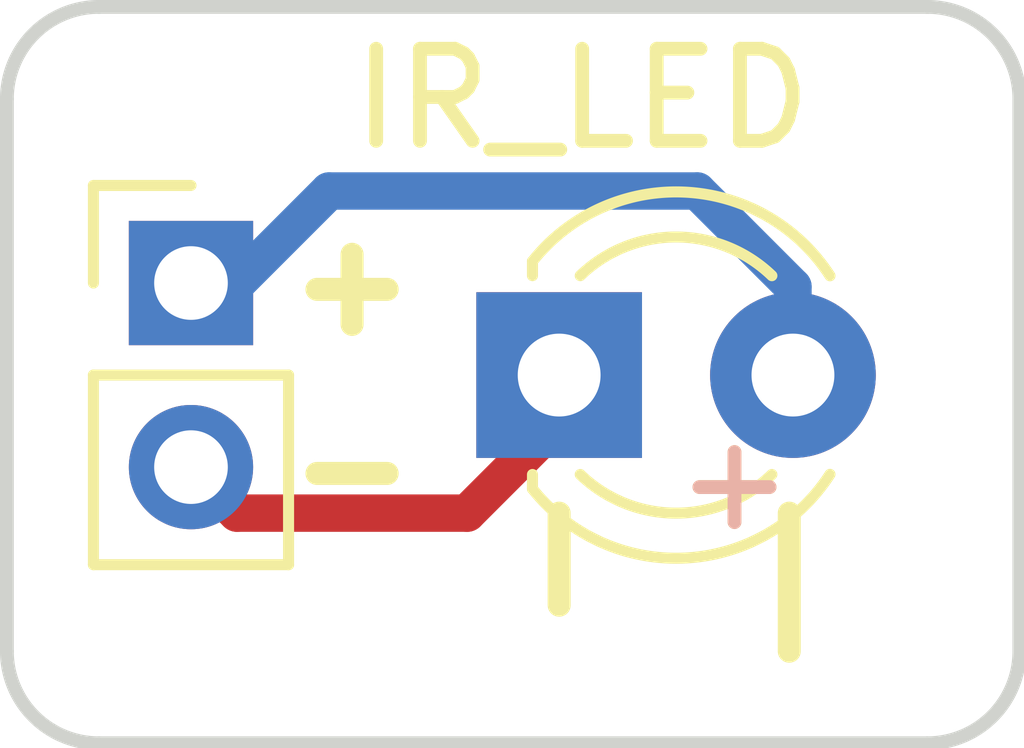
<source format=kicad_pcb>
(kicad_pcb (version 4) (host pcbnew 4.0.6)

  (general
    (links 2)
    (no_connects 0)
    (area 257.922999 37.289999 269.073001 45.440001)
    (thickness 1.6)
    (drawings 20)
    (tracks 9)
    (zones 0)
    (modules 2)
    (nets 3)
  )

  (page A4)
  (title_block
    (date "lun. 30 mars 2015")
  )

  (layers
    (0 F.Cu signal)
    (31 B.Cu signal)
    (32 B.Adhes user)
    (33 F.Adhes user)
    (34 B.Paste user)
    (35 F.Paste user)
    (36 B.SilkS user)
    (37 F.SilkS user)
    (38 B.Mask user)
    (39 F.Mask user)
    (40 Dwgs.User user hide)
    (41 Cmts.User user)
    (42 Eco1.User user)
    (43 Eco2.User user)
    (44 Edge.Cuts user)
    (45 Margin user)
    (46 B.CrtYd user)
    (47 F.CrtYd user)
    (48 B.Fab user)
    (49 F.Fab user)
  )

  (setup
    (last_trace_width 0.25)
    (user_trace_width 0.254)
    (user_trace_width 0.3048)
    (user_trace_width 0.4064)
    (user_trace_width 0.6096)
    (user_trace_width 0.9144)
    (user_trace_width 1.524)
    (user_trace_width 2.032)
    (trace_clearance 0.2)
    (zone_clearance 0.508)
    (zone_45_only no)
    (trace_min 0.2)
    (segment_width 0.15)
    (edge_width 0.15)
    (via_size 0.6)
    (via_drill 0.4)
    (via_min_size 0.4)
    (via_min_drill 0.3)
    (uvia_size 0.3)
    (uvia_drill 0.1)
    (uvias_allowed no)
    (uvia_min_size 0.2)
    (uvia_min_drill 0.1)
    (pcb_text_width 0.3)
    (pcb_text_size 1.5 1.5)
    (mod_edge_width 0.15)
    (mod_text_size 1 1)
    (mod_text_width 0.15)
    (pad_size 3 3)
    (pad_drill 3)
    (pad_to_mask_clearance 0)
    (aux_axis_origin 110.998 126.365)
    (grid_origin 110.998 126.365)
    (visible_elements 7FFFFFFF)
    (pcbplotparams
      (layerselection 0x010f0_80000001)
      (usegerberextensions true)
      (excludeedgelayer true)
      (linewidth 0.100000)
      (plotframeref false)
      (viasonmask false)
      (mode 1)
      (useauxorigin false)
      (hpglpennumber 1)
      (hpglpenspeed 20)
      (hpglpendiameter 15)
      (hpglpenoverlay 2)
      (psnegative false)
      (psa4output false)
      (plotreference true)
      (plotvalue true)
      (plotinvisibletext false)
      (padsonsilk false)
      (subtractmaskfromsilk false)
      (outputformat 1)
      (mirror false)
      (drillshape 0)
      (scaleselection 1)
      (outputdirectory gerbers/))
  )

  (net 0 "")
  (net 1 "Net-(D3-Pad1)")
  (net 2 "Net-(D3-Pad2)")

  (net_class Default "This is the default net class."
    (clearance 0.2)
    (trace_width 0.25)
    (via_dia 0.6)
    (via_drill 0.4)
    (uvia_dia 0.3)
    (uvia_drill 0.1)
    (add_net "Net-(D3-Pad1)")
    (add_net "Net-(D3-Pad2)")
  )

  (module Pin_Headers:Pin_Header_Straight_1x02_Pitch2.00mm (layer F.Cu) (tedit 5CF971D3) (tstamp 5CF979CF)
    (at 259.998 40.365)
    (descr "Through hole straight pin header, 1x02, 2.00mm pitch, single row")
    (tags "Through hole pin header THT 1x02 2.00mm single row")
    (path /5D02DAA6)
    (fp_text reference J26 (at 0 -2.06) (layer F.SilkS) hide
      (effects (font (size 1 1) (thickness 0.15)))
    )
    (fp_text value IR_LED (at 4.25 -2) (layer F.SilkS)
      (effects (font (size 1 1) (thickness 0.15)))
    )
    (fp_line (start -0.5 -1) (end 1 -1) (layer F.Fab) (width 0.1))
    (fp_line (start 1 -1) (end 1 3) (layer F.Fab) (width 0.1))
    (fp_line (start 1 3) (end -1 3) (layer F.Fab) (width 0.1))
    (fp_line (start -1 3) (end -1 -0.5) (layer F.Fab) (width 0.1))
    (fp_line (start -1 -0.5) (end -0.5 -1) (layer F.Fab) (width 0.1))
    (fp_line (start -1.06 3.06) (end 1.06 3.06) (layer F.SilkS) (width 0.12))
    (fp_line (start -1.06 1) (end -1.06 3.06) (layer F.SilkS) (width 0.12))
    (fp_line (start 1.06 1) (end 1.06 3.06) (layer F.SilkS) (width 0.12))
    (fp_line (start -1.06 1) (end 1.06 1) (layer F.SilkS) (width 0.12))
    (fp_line (start -1.06 0) (end -1.06 -1.06) (layer F.SilkS) (width 0.12))
    (fp_line (start -1.06 -1.06) (end 0 -1.06) (layer F.SilkS) (width 0.12))
    (fp_line (start -1.5 -1.5) (end -1.5 3.5) (layer F.CrtYd) (width 0.05))
    (fp_line (start -1.5 3.5) (end 1.5 3.5) (layer F.CrtYd) (width 0.05))
    (fp_line (start 1.5 3.5) (end 1.5 -1.5) (layer F.CrtYd) (width 0.05))
    (fp_line (start 1.5 -1.5) (end -1.5 -1.5) (layer F.CrtYd) (width 0.05))
    (fp_text user %R (at 0 1 90) (layer F.Fab)
      (effects (font (size 1 1) (thickness 0.15)))
    )
    (pad 1 thru_hole rect (at 0 0) (size 1.35 1.35) (drill 0.8) (layers *.Cu *.Mask)
      (net 2 "Net-(D3-Pad2)"))
    (pad 2 thru_hole oval (at 0 2) (size 1.35 1.35) (drill 0.8) (layers *.Cu *.Mask)
      (net 1 "Net-(D3-Pad1)"))
    (model ${KISYS3DMOD}/Pin_Headers.3dshapes/Pin_Header_Straight_1x02_Pitch2.00mm.wrl
      (at (xyz 0 0 0))
      (scale (xyz 1 1 1))
      (rotate (xyz 0 0 0))
    )
  )

  (module footprints:LED_D3.0mm (layer F.Cu) (tedit 5CF971C7) (tstamp 5CF9798C)
    (at 263.998 41.365)
    (descr "LED, diameter 3.0mm, 2 pins")
    (tags "LED diameter 3.0mm 2 pins")
    (path /5D02D9A9)
    (fp_text reference D3 (at 1.27 -1.27) (layer F.Fab)
      (effects (font (size 1 1) (thickness 0.15)))
    )
    (fp_text value LED (at -1.905 -1.905) (layer F.SilkS) hide
      (effects (font (size 1 1) (thickness 0.15)))
    )
    (fp_text user + (at 1.905 1.143) (layer B.SilkS)
      (effects (font (size 1 1) (thickness 0.15)) (justify mirror))
    )
    (fp_text user + (at 1.905 1.143) (layer F.SilkS)
      (effects (font (size 1 1) (thickness 0.15)))
    )
    (fp_arc (start 1.27 0) (end -0.23 -1.16619) (angle 284.3) (layer F.Fab) (width 0.1))
    (fp_arc (start 1.27 0) (end -0.29 -1.235516) (angle 108.8) (layer F.SilkS) (width 0.12))
    (fp_arc (start 1.27 0) (end -0.29 1.235516) (angle -108.8) (layer F.SilkS) (width 0.12))
    (fp_arc (start 1.27 0) (end 0.229039 -1.08) (angle 87.9) (layer F.SilkS) (width 0.12))
    (fp_arc (start 1.27 0) (end 0.229039 1.08) (angle -87.9) (layer F.SilkS) (width 0.12))
    (fp_circle (center 1.27 0) (end 2.77 0) (layer F.Fab) (width 0.1))
    (fp_line (start -0.23 -1.16619) (end -0.23 1.16619) (layer F.Fab) (width 0.1))
    (fp_line (start -0.29 -1.236) (end -0.29 -1.08) (layer F.SilkS) (width 0.12))
    (fp_line (start -0.29 1.08) (end -0.29 1.236) (layer F.SilkS) (width 0.12))
    (fp_line (start -1.15 -2.25) (end -1.15 2.25) (layer F.CrtYd) (width 0.05))
    (fp_line (start -1.15 2.25) (end 3.7 2.25) (layer F.CrtYd) (width 0.05))
    (fp_line (start 3.7 2.25) (end 3.7 -2.25) (layer F.CrtYd) (width 0.05))
    (fp_line (start 3.7 -2.25) (end -1.15 -2.25) (layer F.CrtYd) (width 0.05))
    (pad 1 thru_hole rect (at 0 0) (size 1.8 1.8) (drill 0.9) (layers *.Cu *.Mask)
      (net 1 "Net-(D3-Pad1)"))
    (pad 2 thru_hole circle (at 2.54 0) (size 1.8 1.8) (drill 0.9) (layers *.Cu *.Mask)
      (net 2 "Net-(D3-Pad2)"))
    (model ${KISYS3DMOD}/LEDs.3dshapes/LED_D3.0mm.wrl
      (at (xyz 0 0 0))
      (scale (xyz 0.393701 0.393701 0.393701))
      (rotate (xyz 0 0 0))
    )
  )

  (gr_line (start 257.998 38.365) (end 257.998 44.365) (angle 90) (layer Edge.Cuts) (width 0.15))
  (gr_line (start 267.998 37.365) (end 258.998 37.365) (angle 90) (layer Edge.Cuts) (width 0.15))
  (gr_line (start 268.998 44.365) (end 268.998 38.365) (angle 90) (layer Edge.Cuts) (width 0.15))
  (gr_line (start 258.998 45.365) (end 267.998 45.365) (angle 90) (layer Edge.Cuts) (width 0.15))
  (gr_arc (start 258.998 44.365) (end 258.998 45.365) (angle 90) (layer Edge.Cuts) (width 0.15))
  (gr_arc (start 258.998 38.365) (end 257.998 38.365) (angle 90) (layer Edge.Cuts) (width 0.15))
  (gr_arc (start 267.998 38.365) (end 267.998 37.365) (angle 90) (layer Edge.Cuts) (width 0.15))
  (gr_arc (start 267.998 44.365) (end 268.998 44.365) (angle 90) (layer Edge.Cuts) (width 0.15))
  (gr_line (start 263.998 42.865) (end 263.998 43.865) (angle 90) (layer F.SilkS) (width 0.25))
  (gr_line (start 266.498 42.865) (end 266.498 44.365) (angle 90) (layer F.SilkS) (width 0.25))
  (gr_text - (at 261.748 42.365) (layer F.SilkS)
    (effects (font (size 1 1) (thickness 0.25)))
  )
  (gr_text + (at 261.748 40.365) (layer F.SilkS)
    (effects (font (size 1 1) (thickness 0.25)))
  )
  (gr_line (start 258.998 45.365) (end 267.998 45.365) (angle 90) (layer Dwgs.User) (width 0.15))
  (gr_line (start 257.998 38.365) (end 257.998 44.365) (angle 90) (layer Dwgs.User) (width 0.15))
  (gr_line (start 267.998 37.365) (end 258.998 37.365) (angle 90) (layer Dwgs.User) (width 0.15))
  (gr_line (start 268.998 44.365) (end 268.998 38.365) (angle 90) (layer Dwgs.User) (width 0.15))
  (gr_arc (start 267.998 38.365) (end 267.998 37.365) (angle 90) (layer Dwgs.User) (width 0.15))
  (gr_arc (start 267.998 44.365) (end 268.998 44.365) (angle 90) (layer Dwgs.User) (width 0.15))
  (gr_arc (start 258.998 44.365) (end 258.998 45.365) (angle 90) (layer Dwgs.User) (width 0.15))
  (gr_arc (start 258.998 38.365) (end 257.998 38.365) (angle 90) (layer Dwgs.User) (width 0.15))

  (segment (start 263.998 41.365) (end 263.998 41.865) (width 0.4064) (layer F.Cu) (net 1))
  (segment (start 263.998 41.865) (end 262.998 42.865) (width 0.4064) (layer F.Cu) (net 1) (tstamp 5CF97F8C))
  (segment (start 262.998 42.865) (end 260.498 42.865) (width 0.4064) (layer F.Cu) (net 1) (tstamp 5CF97F8D))
  (segment (start 260.498 42.865) (end 259.998 42.365) (width 0.4064) (layer F.Cu) (net 1) (tstamp 5CF97F8E))
  (segment (start 259.998 40.365) (end 260.498 40.365) (width 0.4064) (layer B.Cu) (net 2))
  (segment (start 260.498 40.365) (end 261.498 39.365) (width 0.4064) (layer B.Cu) (net 2) (tstamp 5CF97F85))
  (segment (start 261.498 39.365) (end 265.498 39.365) (width 0.4064) (layer B.Cu) (net 2) (tstamp 5CF97F86))
  (segment (start 265.498 39.365) (end 266.538 40.405) (width 0.4064) (layer B.Cu) (net 2) (tstamp 5CF97F87))
  (segment (start 266.538 40.405) (end 266.538 41.365) (width 0.4064) (layer B.Cu) (net 2) (tstamp 5CF97F88))

)

</source>
